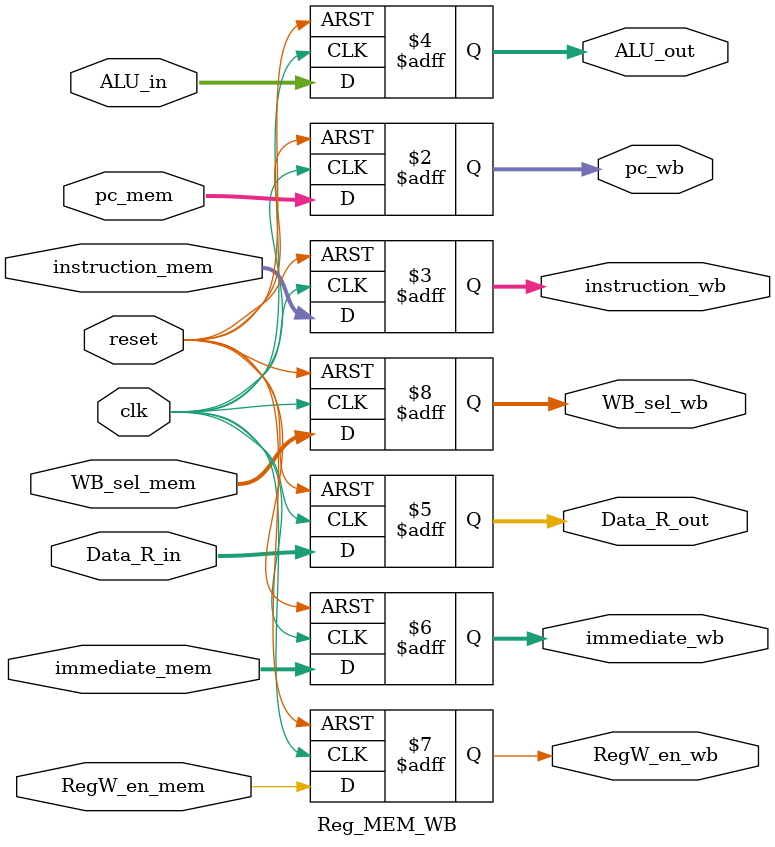
<source format=v>
module Reg_MEM_WB #(parameter WIDTH = 32)
(
    //inputs
    input clk,reset,
    input [WIDTH-1:0] pc_mem,
    input [WIDTH-1:0] instruction_mem,ALU_in,Data_R_in,immediate_mem,
    input RegW_en_mem,
    input [1:0] WB_sel_mem,
    //outputs
    output reg [WIDTH-1:0] pc_wb,instruction_wb,ALU_out,Data_R_out,immediate_wb,
    output reg RegW_en_wb,
    output reg [1:0] WB_sel_wb 
);

always @(posedge clk,posedge reset)
begin
    if(reset)begin
	 pc_wb <= 32'h0;
    instruction_wb    <=        32'h0;
    ALU_out            <=        32'h0;
    Data_R_out         <=        32'h0;  
    RegW_en_wb        <=     1'b0;  
    WB_sel_wb         <=     2'b00;
    immediate_wb       <=    32'h0;
	end
	else
    begin
	   pc_wb <= pc_mem;
    instruction_wb    <=        instruction_mem;
    ALU_out            <=        ALU_in;
    Data_R_out         <=        Data_R_in;  
    RegW_en_wb        <=     RegW_en_mem;  
    WB_sel_wb         <=     WB_sel_mem;
    immediate_wb       <=    immediate_mem;
    end      
end   
endmodule



</source>
